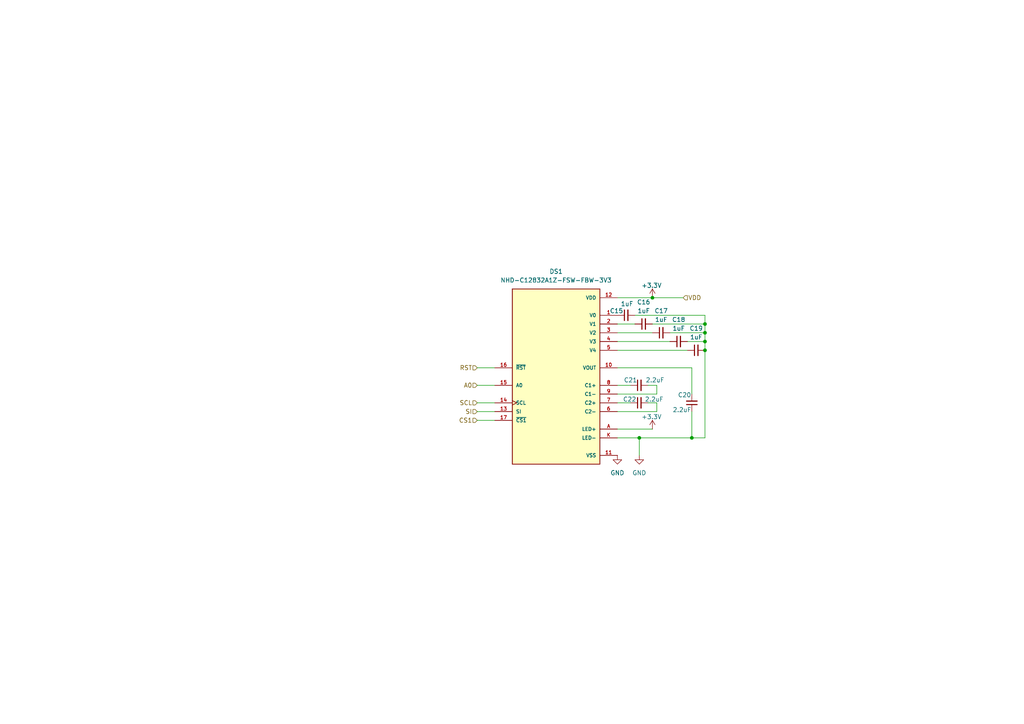
<source format=kicad_sch>
(kicad_sch (version 20250114) (generator "eeschema") (generator_version "9.0")
  (paper "A4")
  (lib_symbols
    (symbol "Device:C_Small" (pin_numbers (hide yes)) (pin_names (offset 0.254) (hide yes))
      (property "Reference" "C" (at 0.254 1.778 0))
      (property "Value" "C_Small" (at 0.254 -2.032 0))
      (symbol "C_Small_0_1"
        (polyline (pts (xy -1.524 0.508) (xy 1.524 0.508)) (stroke (width 0.3048)))
        (polyline (pts (xy -1.524 -0.508) (xy 1.524 -0.508)) (stroke (width 0.3302)))
      )
      (symbol "C_Small_1_1"
        (pin passive line (at 0 2.54 270) (length 2.032) (name "~") (number "1"))
        (pin passive line (at 0 -2.54 90) (length 2.032) (name "~") (number "2"))
      )
    )
    (symbol "NHD-C12832A1Z-FSW-FBW-3V3:NHD-C12832A1Z-FSW-FBW-3V3" (pin_names (offset 1.016))
      (property "Reference" "DS" (at -12.7 26.162 0))
      (property "Value" "NHD-C12832A1Z-FSW-FBW-3V3" (at -12.7 -27.94 0))
      (symbol "NHD-C12832A1Z-FSW-FBW-3V3_0_0"
        (rectangle (start -12.7 -25.4) (end 12.7 25.4) (stroke (width 0.254)) (fill (type background)))
        (pin input line (at -17.78 2.54 0) (length 5.08) (name "~{RST}") (number "16"))
        (pin input line (at -17.78 -2.54 0) (length 5.08) (name "A0") (number "15"))
        (pin input clock (at -17.78 -7.62 0) (length 5.08) (name "SCL") (number "14"))
        (pin bidirectional line (at -17.78 -10.16 0) (length 5.08) (name "SI") (number "13"))
        (pin input line (at -17.78 -12.7 0) (length 5.08) (name "~{CS1}") (number "17"))
        (pin power_in line (at 17.78 22.86 180) (length 5.08) (name "VDD") (number "12"))
        (pin power_in line (at 17.78 17.78 180) (length 5.08) (name "V0") (number "1"))
        (pin power_in line (at 17.78 15.24 180) (length 5.08) (name "V1") (number "2"))
        (pin power_in line (at 17.78 12.7 180) (length 5.08) (name "V2") (number "3"))
        (pin power_in line (at 17.78 10.16 180) (length 5.08) (name "V3") (number "4"))
        (pin power_in line (at 17.78 7.62 180) (length 5.08) (name "V4") (number "5"))
        (pin output line (at 17.78 2.54 180) (length 5.08) (name "VOUT") (number "10"))
        (pin passive line (at 17.78 -2.54 180) (length 5.08) (name "C1+") (number "8"))
        (pin passive line (at 17.78 -5.08 180) (length 5.08) (name "C1-") (number "9"))
        (pin passive line (at 17.78 -7.62 180) (length 5.08) (name "C2+") (number "7"))
        (pin passive line (at 17.78 -10.16 180) (length 5.08) (name "C2-") (number "6"))
        (pin passive line (at 17.78 -15.24 180) (length 5.08) (name "LED+") (number "A"))
        (pin passive line (at 17.78 -17.78 180) (length 5.08) (name "LED-") (number "K"))
        (pin power_in line (at 17.78 -22.86 180) (length 5.08) (name "VSS") (number "11"))
      )
    )
    (symbol "power:+3.3V" (power) (pin_numbers (hide yes)) (pin_names (offset 0) (hide yes))
      (property "Value" "+3.3V" (at 0 3.556 0))
      (symbol "+3.3V_0_1"
        (polyline (pts (xy -0.762 1.27) (xy 0 2.54)))
        (polyline (pts (xy 0 2.54) (xy 0.762 1.27)))
        (polyline (pts (xy 0 0) (xy 0 2.54)))
      )
      (symbol "+3.3V_1_1"
        (pin power_in line (at 0 0 90) (length 0) (name "~") (number "1"))
      )
    )
    (symbol "power:GND" (power) (pin_numbers (hide yes)) (pin_names (offset 0) (hide yes))
      (property "Value" "GND" (at 0 -3.81 0))
      (symbol "GND_0_1"
        (polyline (pts (xy 0 0) (xy 0 -1.27) (xy 1.27 -1.27) (xy 0 -2.54) (xy -1.27 -1.27) (xy 0 -1.27)))
      )
      (symbol "GND_1_1"
        (pin power_in line (at 0 0 270) (length 0) (name "~") (number "1"))
      )
    )
  )
  (junction (at 204.47 93.98))
  (junction (at 185.42 127))
  (junction (at 189.23 86.36))
  (junction (at 204.47 96.52))
  (junction (at 204.47 99.06))
  (junction (at 200.66 127))
  (junction (at 204.47 101.6))
  (wire (pts (xy 204.47 93.98) (xy 204.47 96.52)))
  (wire (pts (xy 204.47 99.06) (xy 204.47 101.6)))
  (wire (pts (xy 138.43 111.76) (xy 143.51 111.76)))
  (wire (pts (xy 138.43 106.68) (xy 143.51 106.68)))
  (wire (pts (xy 190.5 116.84) (xy 187.96 116.84)))
  (wire (pts (xy 187.96 111.76) (xy 190.5 111.76)))
  (wire (pts (xy 179.07 116.84) (xy 182.88 116.84)))
  (wire (pts (xy 179.07 124.46) (xy 189.23 124.46)))
  (wire (pts (xy 179.07 127) (xy 185.42 127)))
  (wire (pts (xy 179.07 119.38) (xy 190.5 119.38)))
  (wire (pts (xy 194.31 96.52) (xy 204.47 96.52)))
  (wire (pts (xy 204.47 127) (xy 200.66 127)))
  (wire (pts (xy 200.66 106.68) (xy 200.66 114.3)))
  (wire (pts (xy 138.43 119.38) (xy 143.51 119.38)))
  (wire (pts (xy 190.5 114.3) (xy 190.5 111.76)))
  (wire (pts (xy 185.42 127) (xy 185.42 132.08)))
  (wire (pts (xy 204.47 91.44) (xy 204.47 93.98)))
  (wire (pts (xy 179.07 96.52) (xy 189.23 96.52)))
  (wire (pts (xy 179.07 111.76) (xy 182.88 111.76)))
  (wire (pts (xy 179.07 86.36) (xy 189.23 86.36)))
  (wire (pts (xy 200.66 119.38) (xy 200.66 127)))
  (wire (pts (xy 179.07 93.98) (xy 184.15 93.98)))
  (wire (pts (xy 138.43 116.84) (xy 143.51 116.84)))
  (wire (pts (xy 184.15 91.44) (xy 204.47 91.44)))
  (wire (pts (xy 179.07 101.6) (xy 199.39 101.6)))
  (wire (pts (xy 189.23 93.98) (xy 204.47 93.98)))
  (wire (pts (xy 189.23 86.36) (xy 198.12 86.36)))
  (wire (pts (xy 179.07 114.3) (xy 190.5 114.3)))
  (wire (pts (xy 199.39 99.06) (xy 204.47 99.06)))
  (wire (pts (xy 138.43 121.92) (xy 143.51 121.92)))
  (wire (pts (xy 200.66 127) (xy 185.42 127)))
  (wire (pts (xy 179.07 99.06) (xy 194.31 99.06)))
  (wire (pts (xy 204.47 101.6) (xy 204.47 127)))
  (wire (pts (xy 190.5 119.38) (xy 190.5 116.84)))
  (wire (pts (xy 204.47 96.52) (xy 204.47 99.06)))
  (wire (pts (xy 179.07 106.68) (xy 200.66 106.68)))
  (hierarchical_label "VDD" (shape input) (at 198.12 86.36 0))
  (hierarchical_label "A0" (shape input) (at 138.43 111.76 180))
  (hierarchical_label "SCL" (shape input) (at 138.43 116.84 180))
  (hierarchical_label "RST" (shape input) (at 138.43 106.68 180))
  (hierarchical_label "CS1" (shape input) (at 138.43 121.92 180))
  (hierarchical_label "SI" (shape input) (at 138.43 119.38 180))
  (symbol (lib_id "Device:C_Small") (at 196.85 99.06 90) (unit 1)
    (property "Reference" "C18" (at 196.8563 92.71 90))
    (property "Value" "1uF" (at 196.8563 95.25 90))
    (property "Description" "Unpolarized capacitor, small symbol" (effects (hide yes)))
  )
  (symbol (lib_id "Device:C_Small") (at 200.66 116.84 180) (unit 1)
    (property "Reference" "C20" (at 196.596 114.554 0) (effects (justify right)))
    (property "Value" "2.2uF" (at 195.072 118.872 0) (effects (justify right)))
    (property "Description" "Unpolarized capacitor, small symbol" (effects (hide yes)))
  )
  (symbol (lib_id "Device:C_Small") (at 191.77 96.52 90) (unit 1)
    (property "Reference" "C17" (at 191.7763 90.17 90))
    (property "Value" "1uF" (at 191.7763 92.71 90))
    (property "Description" "Unpolarized capacitor, small symbol" (effects (hide yes)))
  )
  (symbol (lib_id "power:GND") (at 185.42 132.08 0) (unit 1)
    (property "Reference" "#PWR025" (effects (hide yes)))
    (property "Value" "GND" (at 185.42 137.16 0))
    (property "Description" "Power symbol creates a global label with name \"GND\" , ground" (effects (hide yes)))
  )
  (symbol (lib_id "NHD-C12832A1Z-FSW-FBW-3V3:NHD-C12832A1Z-FSW-FBW-3V3") (at 161.29 109.22 0) (unit 1)
    (property "Reference" "DS1" (at 161.29 78.74 0))
    (property "Value" "NHD-C12832A1Z-FSW-FBW-3V3" (at 161.29 81.28 0))
    (property "Footprint" "NHD-C12832A1Z-FSW-FBW-3V3:LCD_NHD-C12832A1Z-FSW-FBW-3V3" (effects (hide yes)))
    (property "PARTREV" "7" (effects (hide yes)))
    (property "MANUFACTURER" "Newhaven" (effects (hide yes)))
    (property "MAXIMUM_PACKAGE_HEIGHT" "4.3 mm" (effects (hide yes)))
    (property "STANDARD" "Manufacturer Recommendations" (effects (hide yes)))
  )
  (symbol (lib_id "Device:C_Small") (at 201.93 101.6 90) (unit 1)
    (property "Reference" "C19" (at 201.9363 95.25 90))
    (property "Value" "1uF" (at 201.9363 97.79 90))
    (property "Description" "Unpolarized capacitor, small symbol" (effects (hide yes)))
  )
  (symbol (lib_id "Device:C_Small") (at 185.42 116.84 90) (unit 1)
    (property "Reference" "C22" (at 182.626 115.824 90))
    (property "Value" "2.2uF" (at 189.738 115.824 90))
    (property "Description" "Unpolarized capacitor, small symbol" (effects (hide yes)))
  )
  (symbol (lib_id "Device:C_Small") (at 186.69 93.98 90) (unit 1)
    (property "Reference" "C16" (at 186.6963 87.63 90))
    (property "Value" "1uF" (at 186.6963 90.17 90))
    (property "Description" "Unpolarized capacitor, small symbol" (effects (hide yes)))
  )
  (symbol (lib_id "Device:C_Small") (at 185.42 111.76 90) (unit 1)
    (property "Reference" "C21" (at 182.88 110.236 90))
    (property "Value" "2.2uF" (at 189.992 110.236 90))
    (property "Description" "Unpolarized capacitor, small symbol" (effects (hide yes)))
  )
  (symbol (lib_id "power:+3.3V") (at 189.23 86.36 0) (unit 1)
    (property "Reference" "#PWR032" (effects (hide yes)))
    (property "Value" "+3.3V" (at 188.976 82.804 0))
    (property "Description" "Power symbol creates a global label with name \"+3.3V\"" (effects (hide yes)))
  )
  (symbol (lib_id "power:+3.3V") (at 189.23 124.46 0) (unit 1)
    (property "Reference" "#PWR029" (effects (hide yes)))
    (property "Value" "+3.3V" (at 188.976 120.904 0))
    (property "Description" "Power symbol creates a global label with name \"+3.3V\"" (effects (hide yes)))
  )
  (symbol (lib_id "power:GND") (at 179.07 132.08 0) (unit 1)
    (property "Reference" "#PWR015" (effects (hide yes)))
    (property "Value" "GND" (at 179.07 137.16 0))
    (property "Description" "Power symbol creates a global label with name \"GND\" , ground" (effects (hide yes)))
  )
  (symbol (lib_id "Device:C_Small") (at 181.61 91.44 90) (unit 1)
    (property "Reference" "C15" (at 178.816 90.17 90))
    (property "Value" "1uF" (at 181.864 88.138 90))
    (property "Description" "Unpolarized capacitor, small symbol" (effects (hide yes)))
  )
)
</source>
